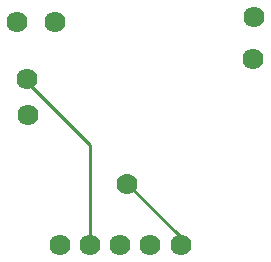
<source format=gbl>
G04 (created by PCBNEW (2013-07-07 BZR 4022)-stable) date 11/20/2014 12:16:24 PM*
%MOIN*%
G04 Gerber Fmt 3.4, Leading zero omitted, Abs format*
%FSLAX34Y34*%
G01*
G70*
G90*
G04 APERTURE LIST*
%ADD10C,0.00590551*%
%ADD11C,0.0700787*%
%ADD12C,0.07*%
%ADD13C,0.01*%
G04 APERTURE END LIST*
G54D10*
G54D11*
X14270Y-17405D03*
X15263Y-17395D03*
X16267Y-17395D03*
X17271Y-17395D03*
X18275Y-17395D03*
X20687Y-11189D03*
X20713Y-9784D03*
X14100Y-9950D03*
X12820Y-9980D03*
X13190Y-13080D03*
X13160Y-11860D03*
G54D12*
X16490Y-15350D03*
G54D13*
X13160Y-11860D02*
X13160Y-11975D01*
X15263Y-14078D02*
X15263Y-17395D01*
X13160Y-11975D02*
X15263Y-14078D01*
X18275Y-17135D02*
X18275Y-17395D01*
X18275Y-17135D02*
X16490Y-15350D01*
M02*

</source>
